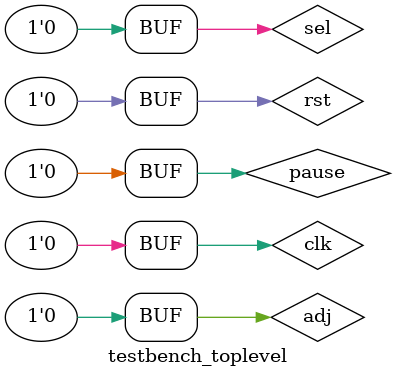
<source format=v>
`timescale 1ns / 1ps


module testbench_toplevel;

	// Inputs
	reg adj;
	reg sel;
	reg pause;
	reg rst;
	reg clk;

	// Instantiate the Unit Under Test (UUT)
	top_level uut (
		.adj(adj), 
		.sel(sel), 
		.pause(pause), 
		.rst(rst), 
		.clk(clk)
	);

	initial begin
		// Initialize Inputs
		adj = 0;
		sel = 0;
		pause = 0;
		rst = 0;
		clk = 0;

		// Wait 100 ns for global reset to finish
		#100;
        
		// Add stimulus here

	end
      
endmodule


</source>
